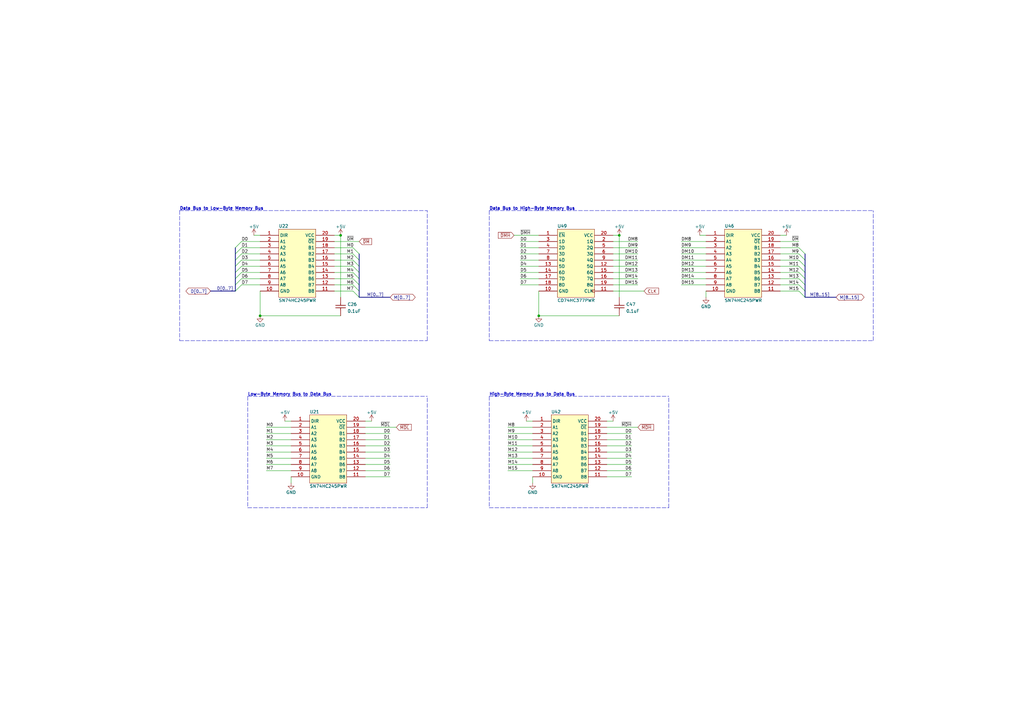
<source format=kicad_sch>
(kicad_sch (version 20211123) (generator eeschema)
  (paper "A3")
  (title_block (title "Transfer") (date "2022-01-19") (rev "V1.1") (company "Riley Stuermer"))
  (lib_symbols
    (symbol "8BitCPU_Symbols:+5V" (power) (pin_names (offset 0))
      (property "Value" "+5V" (at 0 3.556 0))
      (symbol "+5V_0_1"
        (polyline (pts (xy -0.762 1.27) (xy 0 2.54)))
        (polyline (pts (xy 0 0) (xy 0 2.54)))
        (polyline (pts (xy 0 2.54) (xy 0.762 1.27)))
      )
      (symbol "+5V_1_1"
        (pin power_in line (at 0 0 90) (length 0) hide (name "+5V") (number "1"))
      )
    )
    (symbol "8BitCPU_Symbols:CAP"
      (property "Reference" "C" (at 1.27 3.175 0))
      (property "Value" "CAP" (at 1.27 -3.175 0))
      (symbol "CAP_1_0"
        (polyline (pts (xy 0 0) (xy 0.762 0)) (stroke (width 0.254)))
        (polyline (pts (xy 0.762 -2.032) (xy 0.762 2.032)) (stroke (width 0.254)))
        (polyline (pts (xy 1.778 2.032) (xy 1.778 -2.032)) (stroke (width 0.254)))
        (polyline (pts (xy 2.54 0) (xy 1.778 0)) (stroke (width 0.254)))
        (pin passive line (at 5.08 0 180) (length 2.54) (name "1") (number "1"))
        (pin passive line (at -2.54 0 0) (length 2.54) (name "2") (number "2"))
      )
    )
    (symbol "8BitCPU_Symbols:CD74HC377PWR"
      (property "Reference" "U" (at 0 3.81 0))
      (property "Value" "CD74HC377PWR" (at 0 -26.67 0))
      (symbol "CD74HC377PWR_1_0"
        (rectangle (start 15.24 2.54) (end 0 -25.4) (fill (type background)))
        (pin input line (at -7.62 0 0) (length 7.62) (name "~{EN}") (number "1"))
        (pin power_in line (at -7.62 -22.86 0) (length 7.62) (name "GND") (number "10"))
        (pin input clock (at 22.86 -22.86 180) (length 7.62) (name "CLK") (number "11"))
        (pin output line (at 22.86 -12.7 180) (length 7.62) (name "5Q") (number "12"))
        (pin input line (at -7.62 -12.7 0) (length 7.62) (name "5D") (number "13"))
        (pin input line (at -7.62 -15.24 0) (length 7.62) (name "6D") (number "14"))
        (pin output line (at 22.86 -15.24 180) (length 7.62) (name "6Q") (number "15"))
        (pin output line (at 22.86 -17.78 180) (length 7.62) (name "7Q") (number "16"))
        (pin input line (at -7.62 -17.78 0) (length 7.62) (name "7D") (number "17"))
        (pin input line (at -7.62 -20.32 0) (length 7.62) (name "8D") (number "18"))
        (pin output line (at 22.86 -20.32 180) (length 7.62) (name "8Q") (number "19"))
        (pin output line (at 22.86 -2.54 180) (length 7.62) (name "1Q") (number "2"))
        (pin power_in line (at 22.86 0 180) (length 7.62) (name "VCC") (number "20"))
        (pin input line (at -7.62 -2.54 0) (length 7.62) (name "1D") (number "3"))
        (pin input line (at -7.62 -5.08 0) (length 7.62) (name "2D") (number "4"))
        (pin output line (at 22.86 -5.08 180) (length 7.62) (name "2Q") (number "5"))
        (pin output line (at 22.86 -7.62 180) (length 7.62) (name "3Q") (number "6"))
        (pin input line (at -7.62 -7.62 0) (length 7.62) (name "3D") (number "7"))
        (pin input line (at -7.62 -10.16 0) (length 7.62) (name "4D") (number "8"))
        (pin output line (at 22.86 -10.16 180) (length 7.62) (name "4Q") (number "9"))
      )
    )
    (symbol "8BitCPU_Symbols:GND" (power) (pin_names (offset 0))
      (property "Value" "GND" (at 0 -3.81 0))
      (symbol "GND_0_1"
        (polyline (pts (xy 0 0) (xy 0 -1.27) (xy 1.27 -1.27) (xy 0 -2.54) (xy -1.27 -1.27) (xy 0 -1.27)))
      )
      (symbol "GND_1_1"
        (pin power_in line (at 0 0 270) (length 0) hide (name "GND") (number "1"))
      )
    )
    (symbol "8BitCPU_Symbols:SN74HC245PWR"
      (property "Reference" "U" (at 0 3.81 0))
      (property "Value" "SN74HC245PWR" (at 0 -26.67 0))
      (symbol "SN74HC245PWR_1_0"
        (rectangle (start 15.24 2.54) (end 0 -25.4) (fill (type background)))
        (pin input line (at -7.62 0 0) (length 7.62) (name "DIR") (number "1"))
        (pin power_in line (at -7.62 -22.86 0) (length 7.62) (name "GND") (number "10"))
        (pin bidirectional line (at 22.86 -22.86 180) (length 7.62) (name "B8") (number "11"))
        (pin bidirectional line (at 22.86 -20.32 180) (length 7.62) (name "B7") (number "12"))
        (pin bidirectional line (at 22.86 -17.78 180) (length 7.62) (name "B6") (number "13"))
        (pin bidirectional line (at 22.86 -15.24 180) (length 7.62) (name "B5") (number "14"))
        (pin bidirectional line (at 22.86 -12.7 180) (length 7.62) (name "B4") (number "15"))
        (pin bidirectional line (at 22.86 -10.16 180) (length 7.62) (name "B3") (number "16"))
        (pin bidirectional line (at 22.86 -7.62 180) (length 7.62) (name "B2") (number "17"))
        (pin bidirectional line (at 22.86 -5.08 180) (length 7.62) (name "B1") (number "18"))
        (pin input line (at 22.86 -2.54 180) (length 7.62) (name "~{OE}") (number "19"))
        (pin bidirectional line (at -7.62 -2.54 0) (length 7.62) (name "A1") (number "2"))
        (pin power_in line (at 22.86 0 180) (length 7.62) (name "VCC") (number "20"))
        (pin bidirectional line (at -7.62 -5.08 0) (length 7.62) (name "A2") (number "3"))
        (pin bidirectional line (at -7.62 -7.62 0) (length 7.62) (name "A3") (number "4"))
        (pin bidirectional line (at -7.62 -10.16 0) (length 7.62) (name "A4") (number "5"))
        (pin bidirectional line (at -7.62 -12.7 0) (length 7.62) (name "A5") (number "6"))
        (pin bidirectional line (at -7.62 -15.24 0) (length 7.62) (name "A6") (number "7"))
        (pin bidirectional line (at -7.62 -17.78 0) (length 7.62) (name "A7") (number "8"))
        (pin bidirectional line (at -7.62 -20.32 0) (length 7.62) (name "A8") (number "9"))
      )
    )
  )
  (junction (at 139.7 96.52))
  (junction (at 106.68 129.54))
  (junction (at 220.98 129.54))
  (junction (at 254 96.52))
  (bus_entry (at 96.52 106.68) (size 2.54 -2.54))
  (bus_entry (at 96.52 119.38) (size 2.54 -2.54))
  (bus_entry (at 96.52 109.22) (size 2.54 -2.54))
  (bus_entry (at 96.52 116.84) (size 2.54 -2.54))
  (bus_entry (at 96.52 114.3) (size 2.54 -2.54))
  (bus_entry (at 96.52 111.76) (size 2.54 -2.54))
  (bus_entry (at 96.52 104.14) (size 2.54 -2.54))
  (bus_entry (at 96.52 101.6) (size 2.54 -2.54))
  (bus_entry (at 327.66 119.38) (size 2.54 2.54))
  (bus_entry (at 327.66 114.3) (size 2.54 2.54))
  (bus_entry (at 327.66 116.84) (size 2.54 2.54))
  (bus_entry (at 327.66 104.14) (size 2.54 2.54))
  (bus_entry (at 327.66 101.6) (size 2.54 2.54))
  (bus_entry (at 327.66 111.76) (size 2.54 2.54))
  (bus_entry (at 327.66 109.22) (size 2.54 2.54))
  (bus_entry (at 327.66 106.68) (size 2.54 2.54))
  (bus_entry (at 144.78 106.68) (size 2.54 2.54))
  (bus_entry (at 144.78 109.22) (size 2.54 2.54))
  (bus_entry (at 144.78 116.84) (size 2.54 2.54))
  (bus_entry (at 144.78 114.3) (size 2.54 2.54))
  (bus_entry (at 144.78 111.76) (size 2.54 2.54))
  (bus_entry (at 144.78 104.14) (size 2.54 2.54))
  (bus_entry (at 144.78 101.6) (size 2.54 2.54))
  (bus_entry (at 144.78 119.38) (size 2.54 2.54))
  (bus (pts (xy 96.52 116.84) (xy 96.52 119.38)))
  (wire (pts (xy 254 96.52) (xy 254 121.92)))
  (bus (pts (xy 96.52 101.6) (xy 96.52 104.14)))
  (wire (pts (xy 99.06 109.22) (xy 106.68 109.22)))
  (wire (pts (xy 248.92 175.26) (xy 261.62 175.26)))
  (wire (pts (xy 251.46 101.6) (xy 261.62 101.6)))
  (bus (pts (xy 147.32 116.84) (xy 147.32 119.38)))
  (wire (pts (xy 208.28 193.04) (xy 218.44 193.04)))
  (wire (pts (xy 215.9 172.72) (xy 218.44 172.72)))
  (wire (pts (xy 137.16 104.14) (xy 144.78 104.14)))
  (wire (pts (xy 248.92 172.72) (xy 251.46 172.72)))
  (wire (pts (xy 149.86 187.96) (xy 160.02 187.96)))
  (wire (pts (xy 279.4 116.84) (xy 289.56 116.84)))
  (polyline (pts (xy 200.66 86.36) (xy 358.14 86.36)))
  (wire (pts (xy 248.92 180.34) (xy 259.08 180.34)))
  (bus (pts (xy 147.32 106.68) (xy 147.32 109.22)))
  (wire (pts (xy 149.86 195.58) (xy 160.02 195.58)))
  (wire (pts (xy 218.44 195.58) (xy 218.44 198.12)))
  (wire (pts (xy 251.46 104.14) (xy 261.62 104.14)))
  (polyline (pts (xy 200.66 139.7) (xy 358.14 139.7)))
  (wire (pts (xy 322.58 96.52) (xy 320.04 96.52)))
  (wire (pts (xy 213.36 116.84) (xy 220.98 116.84)))
  (bus (pts (xy 147.32 111.76) (xy 147.32 114.3)))
  (polyline (pts (xy 101.6 208.28) (xy 175.26 208.28)))
  (polyline (pts (xy 200.66 162.56) (xy 274.32 162.56)))
  (bus (pts (xy 330.2 114.3) (xy 330.2 116.84)))
  (wire (pts (xy 99.06 114.3) (xy 106.68 114.3)))
  (wire (pts (xy 320.04 116.84) (xy 327.66 116.84)))
  (wire (pts (xy 251.46 116.84) (xy 261.62 116.84)))
  (bus (pts (xy 330.2 106.68) (xy 330.2 109.22)))
  (wire (pts (xy 99.06 116.84) (xy 106.68 116.84)))
  (wire (pts (xy 149.86 175.26) (xy 162.56 175.26)))
  (wire (pts (xy 289.56 121.92) (xy 289.56 119.38)))
  (wire (pts (xy 99.06 99.06) (xy 106.68 99.06)))
  (polyline (pts (xy 358.14 139.7) (xy 358.14 86.36)))
  (wire (pts (xy 248.92 182.88) (xy 259.08 182.88)))
  (bus (pts (xy 330.2 111.76) (xy 330.2 114.3)))
  (wire (pts (xy 99.06 104.14) (xy 106.68 104.14)))
  (wire (pts (xy 213.36 111.76) (xy 220.98 111.76)))
  (wire (pts (xy 137.16 119.38) (xy 144.78 119.38)))
  (bus (pts (xy 330.2 119.38) (xy 330.2 121.92)))
  (wire (pts (xy 213.36 109.22) (xy 220.98 109.22)))
  (bus (pts (xy 96.52 106.68) (xy 96.52 109.22)))
  (wire (pts (xy 137.16 109.22) (xy 144.78 109.22)))
  (wire (pts (xy 248.92 193.04) (xy 259.08 193.04)))
  (wire (pts (xy 213.36 99.06) (xy 220.98 99.06)))
  (wire (pts (xy 149.86 177.8) (xy 160.02 177.8)))
  (polyline (pts (xy 101.6 162.56) (xy 175.26 162.56)))
  (polyline (pts (xy 200.66 86.36) (xy 200.66 139.7)))
  (wire (pts (xy 213.36 101.6) (xy 220.98 101.6)))
  (wire (pts (xy 279.4 109.22) (xy 289.56 109.22)))
  (wire (pts (xy 109.22 193.04) (xy 119.38 193.04)))
  (bus (pts (xy 147.32 114.3) (xy 147.32 116.84)))
  (wire (pts (xy 137.16 106.68) (xy 144.78 106.68)))
  (wire (pts (xy 220.98 129.54) (xy 220.98 119.38)))
  (wire (pts (xy 248.92 185.42) (xy 259.08 185.42)))
  (wire (pts (xy 279.4 114.3) (xy 289.56 114.3)))
  (wire (pts (xy 208.28 180.34) (xy 218.44 180.34)))
  (wire (pts (xy 320.04 99.06) (xy 327.66 99.06)))
  (wire (pts (xy 320.04 101.6) (xy 327.66 101.6)))
  (wire (pts (xy 248.92 195.58) (xy 259.08 195.58)))
  (wire (pts (xy 137.16 99.06) (xy 147.32 99.06)))
  (wire (pts (xy 279.4 99.06) (xy 289.56 99.06)))
  (polyline (pts (xy 73.66 86.36) (xy 175.26 86.36)))
  (wire (pts (xy 137.16 101.6) (xy 144.78 101.6)))
  (wire (pts (xy 213.36 106.68) (xy 220.98 106.68)))
  (wire (pts (xy 279.4 111.76) (xy 289.56 111.76)))
  (wire (pts (xy 320.04 109.22) (xy 327.66 109.22)))
  (wire (pts (xy 109.22 187.96) (xy 119.38 187.96)))
  (wire (pts (xy 119.38 195.58) (xy 119.38 198.12)))
  (wire (pts (xy 287.02 96.52) (xy 289.56 96.52)))
  (wire (pts (xy 109.22 182.88) (xy 119.38 182.88)))
  (polyline (pts (xy 175.26 208.28) (xy 175.26 162.56)))
  (wire (pts (xy 139.7 129.54) (xy 106.68 129.54)))
  (wire (pts (xy 149.86 193.04) (xy 160.02 193.04)))
  (wire (pts (xy 208.28 175.26) (xy 218.44 175.26)))
  (wire (pts (xy 248.92 190.5) (xy 259.08 190.5)))
  (wire (pts (xy 254 129.54) (xy 220.98 129.54)))
  (bus (pts (xy 147.32 121.92) (xy 160.02 121.92)))
  (polyline (pts (xy 200.66 208.28) (xy 274.32 208.28)))
  (wire (pts (xy 208.28 187.96) (xy 218.44 187.96)))
  (polyline (pts (xy 73.66 139.7) (xy 175.26 139.7)))
  (wire (pts (xy 208.28 185.42) (xy 218.44 185.42)))
  (wire (pts (xy 248.92 177.8) (xy 259.08 177.8)))
  (bus (pts (xy 330.2 116.84) (xy 330.2 119.38)))
  (wire (pts (xy 279.4 101.6) (xy 289.56 101.6)))
  (wire (pts (xy 137.16 116.84) (xy 144.78 116.84)))
  (wire (pts (xy 320.04 106.68) (xy 327.66 106.68)))
  (polyline (pts (xy 101.6 162.56) (xy 101.6 208.28)))
  (wire (pts (xy 210.82 96.52) (xy 220.98 96.52)))
  (wire (pts (xy 251.46 96.52) (xy 254 96.52)))
  (wire (pts (xy 320.04 111.76) (xy 327.66 111.76)))
  (wire (pts (xy 139.7 96.52) (xy 139.7 121.92)))
  (bus (pts (xy 147.32 119.38) (xy 147.32 121.92)))
  (wire (pts (xy 104.14 96.52) (xy 106.68 96.52)))
  (wire (pts (xy 213.36 114.3) (xy 220.98 114.3)))
  (wire (pts (xy 137.16 111.76) (xy 144.78 111.76)))
  (wire (pts (xy 99.06 111.76) (xy 106.68 111.76)))
  (bus (pts (xy 96.52 104.14) (xy 96.52 106.68)))
  (wire (pts (xy 137.16 114.3) (xy 144.78 114.3)))
  (wire (pts (xy 149.86 190.5) (xy 160.02 190.5)))
  (bus (pts (xy 96.52 111.76) (xy 96.52 114.3)))
  (wire (pts (xy 251.46 106.68) (xy 261.62 106.68)))
  (wire (pts (xy 213.36 104.14) (xy 220.98 104.14)))
  (polyline (pts (xy 175.26 139.7) (xy 175.26 86.36)))
  (wire (pts (xy 99.06 101.6) (xy 106.68 101.6)))
  (wire (pts (xy 251.46 119.38) (xy 264.16 119.38)))
  (wire (pts (xy 320.04 114.3) (xy 327.66 114.3)))
  (wire (pts (xy 251.46 109.22) (xy 261.62 109.22)))
  (wire (pts (xy 320.04 104.14) (xy 327.66 104.14)))
  (wire (pts (xy 137.16 96.52) (xy 139.7 96.52)))
  (wire (pts (xy 109.22 177.8) (xy 119.38 177.8)))
  (wire (pts (xy 149.86 180.34) (xy 160.02 180.34)))
  (bus (pts (xy 330.2 121.92) (xy 342.9 121.92)))
  (bus (pts (xy 330.2 104.14) (xy 330.2 106.68)))
  (polyline (pts (xy 200.66 162.56) (xy 200.66 208.28)))
  (wire (pts (xy 149.86 182.88) (xy 160.02 182.88)))
  (polyline (pts (xy 274.32 208.28) (xy 274.32 162.56)))
  (bus (pts (xy 330.2 109.22) (xy 330.2 111.76)))
  (wire (pts (xy 279.4 106.68) (xy 289.56 106.68)))
  (bus (pts (xy 96.52 109.22) (xy 96.52 111.76)))
  (wire (pts (xy 106.68 129.54) (xy 106.68 119.38)))
  (wire (pts (xy 208.28 190.5) (xy 218.44 190.5)))
  (wire (pts (xy 99.06 106.68) (xy 106.68 106.68)))
  (wire (pts (xy 116.84 172.72) (xy 119.38 172.72)))
  (wire (pts (xy 320.04 119.38) (xy 327.66 119.38)))
  (wire (pts (xy 109.22 185.42) (xy 119.38 185.42)))
  (wire (pts (xy 251.46 114.3) (xy 261.62 114.3)))
  (wire (pts (xy 208.28 182.88) (xy 218.44 182.88)))
  (wire (pts (xy 149.86 185.42) (xy 160.02 185.42)))
  (bus (pts (xy 147.32 104.14) (xy 147.32 106.68)))
  (polyline (pts (xy 73.66 86.36) (xy 73.66 139.7)))
  (bus (pts (xy 96.52 119.38) (xy 86.36 119.38)))
  (wire (pts (xy 251.46 111.76) (xy 261.62 111.76)))
  (wire (pts (xy 248.92 187.96) (xy 259.08 187.96)))
  (wire (pts (xy 251.46 99.06) (xy 261.62 99.06)))
  (wire (pts (xy 109.22 190.5) (xy 119.38 190.5)))
  (wire (pts (xy 208.28 177.8) (xy 218.44 177.8)))
  (wire (pts (xy 279.4 104.14) (xy 289.56 104.14)))
  (wire (pts (xy 109.22 175.26) (xy 119.38 175.26)))
  (wire (pts (xy 149.86 172.72) (xy 152.4 172.72)))
  (bus (pts (xy 147.32 109.22) (xy 147.32 111.76)))
  (wire (pts (xy 109.22 180.34) (xy 119.38 180.34)))
  (bus (pts (xy 96.52 114.3) (xy 96.52 116.84)))
  (text "High-Byte Memory Bus to Data Bus" (at 200.66 162.56 0) (effects (font (size 1.27 1.27) (thickness 0.254) bold) (justify left bottom)))
  (text "Data Bus to High-Byte Memory Bus" (at 200.66 86.36 0) (effects (font (size 1.27 1.27) (thickness 0.254) bold) (justify left bottom)))
  (text "Data Bus to Low-Byte Memory Bus" (at 73.66 86.36 0) (effects (font (size 1.27 1.27) (thickness 0.254) bold) (justify left bottom)))
  (text "Low-Byte Memory Bus to Data Bus" (at 101.6 162.56 0) (effects (font (size 1.27 1.27) (thickness 0.254) bold) (justify left bottom)))
  (label "D6" (at 259.08 193.04 180))
  (label "D4" (at 213.36 109.22 0))
  (label "M[0..7]" (at 157.48 121.92 180))
  (label "D4" (at 99.06 109.22 0))
  (label "D3" (at 259.08 185.42 180))
  (label "DM8" (at 279.4 99.06 0))
  (label "DM11" (at 279.4 106.68 0))
  (label "D0" (at 259.08 177.8 180))
  (label "DM12" (at 261.62 109.22 180))
  (label "M10" (at 327.66 106.68 180))
  (label "D5" (at 259.08 190.5 180))
  (label "M1" (at 142.24 104.14 0))
  (label "DM12" (at 279.4 109.22 0))
  (label "M12" (at 327.66 111.76 180))
  (label "D6" (at 213.36 114.3 0))
  (label "M4" (at 142.24 111.76 0))
  (label "M3" (at 142.24 109.22 0))
  (label "D2" (at 99.06 104.14 0))
  (label "D5" (at 213.36 111.76 0))
  (label "~{DM}" (at 142.24 99.06 0))
  (label "M11" (at 208.28 182.88 0))
  (label "DM11" (at 261.62 106.68 180))
  (label "M4" (at 109.22 185.42 0))
  (label "M13" (at 208.28 187.96 0))
  (label "M10" (at 208.28 180.34 0))
  (label "D0" (at 160.02 177.8 180))
  (label "M2" (at 142.24 106.68 0))
  (label "D1" (at 213.36 101.6 0))
  (label "DM9" (at 279.4 101.6 0))
  (label "M9" (at 208.28 177.8 0))
  (label "D4" (at 259.08 187.96 180))
  (label "D0" (at 213.36 99.06 0))
  (label "M2" (at 109.22 180.34 0))
  (label "M6" (at 109.22 190.5 0))
  (label "M8" (at 327.66 101.6 180))
  (label "M0" (at 109.22 175.26 0))
  (label "M5" (at 142.24 114.3 0))
  (label "D[0..7]" (at 88.9 119.38 0))
  (label "D1" (at 259.08 180.34 180))
  (label "D7" (at 160.02 195.58 180))
  (label "D5" (at 160.02 190.5 180))
  (label "D3" (at 160.02 185.42 180))
  (label "M0" (at 142.24 101.6 0))
  (label "M[8..15]" (at 340.36 121.92 180))
  (label "DM14" (at 279.4 114.3 0))
  (label "D7" (at 213.36 116.84 0))
  (label "M13" (at 327.66 114.3 180))
  (label "M3" (at 109.22 182.88 0))
  (label "M15" (at 208.28 193.04 0))
  (label "D0" (at 99.06 99.06 0))
  (label "D1" (at 99.06 101.6 0))
  (label "M9" (at 327.66 104.14 180))
  (label "D3" (at 213.36 106.68 0))
  (label "M8" (at 208.28 175.26 0))
  (label "DM15" (at 261.62 116.84 180))
  (label "DM15" (at 279.4 116.84 0))
  (label "D2" (at 259.08 182.88 180))
  (label "D2" (at 213.36 104.14 0))
  (label "M7" (at 109.22 193.04 0))
  (label "DM9" (at 261.62 101.6 180))
  (label "M5" (at 109.22 187.96 0))
  (label "D1" (at 160.02 180.34 180))
  (label "DM13" (at 261.62 111.76 180))
  (label "D3" (at 99.06 106.68 0))
  (label "DM13" (at 279.4 111.76 0))
  (label "M15" (at 327.66 119.38 180))
  (label "D6" (at 99.06 114.3 0))
  (label "D7" (at 259.08 195.58 180))
  (label "M14" (at 208.28 190.5 0))
  (label "DM8" (at 261.62 99.06 180))
  (label "M1" (at 109.22 177.8 0))
  (label "M12" (at 208.28 185.42 0))
  (label "~{MDH}" (at 259.08 175.26 180))
  (label "D6" (at 160.02 193.04 180))
  (label "M7" (at 142.24 119.38 0))
  (label "D4" (at 160.02 187.96 180))
  (label "M14" (at 327.66 116.84 180))
  (label "M6" (at 142.24 116.84 0))
  (label "DM10" (at 261.62 104.14 180))
  (label "M11" (at 327.66 109.22 180))
  (label "D2" (at 160.02 182.88 180))
  (label "~{MDL}" (at 160.02 175.26 180))
  (label "~{DM}" (at 327.66 99.06 180))
  (label "~{DMH}" (at 213.36 96.52 0))
  (label "D5" (at 99.06 111.76 0))
  (label "DM14" (at 261.62 114.3 180))
  (label "D7" (at 99.06 116.84 0))
  (label "DM10" (at 279.4 104.14 0))
  (global_label "~{MDH}" (shape input) (at 261.62 175.26 0) (property "Intersheet References" "${INTERSHEET_REFS}" (effects hide)))
  (global_label "D[0..7]" (shape bidirectional) (at 86.36 119.38 180) (property "Intersheet References" "${INTERSHEET_REFS}" (effects hide)))
  (global_label "M[0..7]" (shape bidirectional) (at 160.02 121.92 0) (property "Intersheet References" "${INTERSHEET_REFS}" (effects hide)))
  (global_label "M[8..15]" (shape bidirectional) (at 342.9 121.92 0) (property "Intersheet References" "${INTERSHEET_REFS}" (effects hide)))
  (global_label "~{MDL}" (shape input) (at 162.56 175.26 0) (property "Intersheet References" "${INTERSHEET_REFS}" (effects hide)))
  (global_label "~{DM}" (shape input) (at 147.32 99.06 0) (property "Intersheet References" "${INTERSHEET_REFS}" (effects hide)))
  (global_label "~{DMH}" (shape input) (at 210.82 96.52 180) (property "Intersheet References" "${INTERSHEET_REFS}" (effects hide)))
  (global_label "CLK" (shape input) (at 264.16 119.38 0) (property "Intersheet References" "${INTERSHEET_REFS}" (effects hide)))
  (symbol (lib_id "8BitCPU_Symbols:GND") (at 119.38 198.12 0) (unit 1)
    (property "Reference" "#PWR?" (effects hide))
    (property "Value" "GND" (at 119.38 201.93 0))
  )
  (symbol (lib_id "8BitCPU_Symbols:SN74HC245PWR") (at 127 172.72 0) (unit 1)
    (property "Reference" "U21" (at 127 168.91 0) (effects (justify left)))
    (property "Value" "SN74HC245PWR" (at 127 199.39 0) (effects (justify left)))
    (property "Footprint" "TI-PW-TSSOP65P640X120-20N" (effects hide))
  )
  (symbol (lib_id "8BitCPU_Symbols:+5V") (at 322.58 96.52 0) (unit 1)
    (property "Reference" "#PWR?" (effects hide))
    (property "Value" "+5" (at 322.58 92.964 0))
  )
  (symbol (lib_id "8BitCPU_Symbols:+5V") (at 254 96.52 0) (unit 1)
    (property "Reference" "#PWR?" (effects hide))
    (property "Value" "+5" (at 254 92.964 0))
  )
  (symbol (lib_id "8BitCPU_Symbols:SN74HC245PWR") (at 226.06 172.72 0) (unit 1)
    (property "Reference" "U42" (at 226.06 168.91 0) (effects (justify left)))
    (property "Value" "SN74HC245PWR" (at 226.06 199.39 0) (effects (justify left)))
    (property "Footprint" "TI-PW-TSSOP65P640X120-20N" (effects hide))
  )
  (symbol (lib_id "8BitCPU_Symbols:+5V") (at 215.9 172.72 0) (unit 1)
    (property "Reference" "#PWR?" (effects hide))
    (property "Value" "+5" (at 215.9 169.164 0))
  )
  (symbol (lib_id "8BitCPU_Symbols:CAP") (at 139.7 127 90) (unit 1)
    (property "Reference" "C26" (at 142.494 124.8215 90) (effects (justify right)))
    (property "Value" "0.1uF" (at 142.494 127.5966 90) (effects (justify right)))
    (property "Footprint" "8BitCPU_Footprints:0603_CAPC1608X09N" (effects hide))
  )
  (symbol (lib_id "8BitCPU_Symbols:CAP") (at 254 127 90) (unit 1)
    (property "Reference" "C47" (at 256.794 124.8215 90) (effects (justify right)))
    (property "Value" "0.1uF" (at 256.794 127.5966 90) (effects (justify right)))
    (property "Footprint" "8BitCPU_Footprints:0603_CAPC1608X09N" (effects hide))
  )
  (symbol (lib_id "8BitCPU_Symbols:SN74HC245PWR") (at 297.18 96.52 0) (unit 1)
    (property "Reference" "U46" (at 297.18 92.71 0) (effects (justify left)))
    (property "Value" "SN74HC245PWR" (at 297.18 123.19 0) (effects (justify left)))
    (property "Footprint" "TI-PW-TSSOP65P640X120-20N" (effects hide))
  )
  (symbol (lib_id "8BitCPU_Symbols:+5V") (at 152.4 172.72 0) (unit 1)
    (property "Reference" "#PWR?" (effects hide))
    (property "Value" "+5" (at 152.4 169.164 0))
  )
  (symbol (lib_id "8BitCPU_Symbols:GND") (at 289.56 121.92 0) (unit 1)
    (property "Reference" "#PWR?" (effects hide))
    (property "Value" "GND" (at 289.56 125.73 0))
  )
  (symbol (lib_id "8BitCPU_Symbols:CD74HC377PWR") (at 228.6 96.52 0) (unit 1)
    (property "Reference" "U49" (at 228.6 92.71 0) (effects (justify left)))
    (property "Value" "CD74HC377PWR" (at 228.6 123.19 0) (effects (justify left)))
    (property "Footprint" "TI-PW-TSSOP65P640X120-20N" (effects hide))
  )
  (symbol (lib_id "8BitCPU_Symbols:+5V") (at 116.84 172.72 0) (unit 1)
    (property "Reference" "#PWR?" (effects hide))
    (property "Value" "+5" (at 116.84 169.164 0))
  )
  (symbol (lib_id "8BitCPU_Symbols:+5V") (at 139.7 96.52 0) (unit 1)
    (property "Reference" "#PWR?" (effects hide))
    (property "Value" "+5" (at 139.7 92.964 0))
  )
  (symbol (lib_id "8BitCPU_Symbols:GND") (at 106.68 129.54 0) (unit 1)
    (property "Reference" "#PWR?" (effects hide))
    (property "Value" "GND" (at 106.68 133.35 0))
  )
  (symbol (lib_id "8BitCPU_Symbols:GND") (at 218.44 198.12 0) (unit 1)
    (property "Reference" "#PWR?" (effects hide))
    (property "Value" "GND" (at 218.44 201.93 0))
  )
  (symbol (lib_id "8BitCPU_Symbols:+5V") (at 251.46 172.72 0) (unit 1)
    (property "Reference" "#PWR?" (effects hide))
    (property "Value" "+5" (at 251.46 169.164 0))
  )
  (symbol (lib_id "8BitCPU_Symbols:+5V") (at 287.02 96.52 0) (unit 1)
    (property "Reference" "#PWR?" (effects hide))
    (property "Value" "+5" (at 287.02 92.964 0))
  )
  (symbol (lib_id "8BitCPU_Symbols:SN74HC245PWR") (at 114.3 96.52 0) (unit 1)
    (property "Reference" "U22" (at 114.3 92.71 0) (effects (justify left)))
    (property "Value" "SN74HC245PWR" (at 114.3 123.19 0) (effects (justify left)))
    (property "Footprint" "TI-PW-TSSOP65P640X120-20N" (effects hide))
  )
  (symbol (lib_id "8BitCPU_Symbols:+5V") (at 104.14 96.52 0) (unit 1)
    (property "Reference" "#PWR?" (effects hide))
    (property "Value" "+5" (at 104.14 92.964 0))
  )
  (symbol (lib_id "8BitCPU_Symbols:GND") (at 220.98 129.54 0) (unit 1)
    (property "Reference" "#PWR?" (effects hide))
    (property "Value" "GND" (at 220.98 133.35 0))
  )
)
</source>
